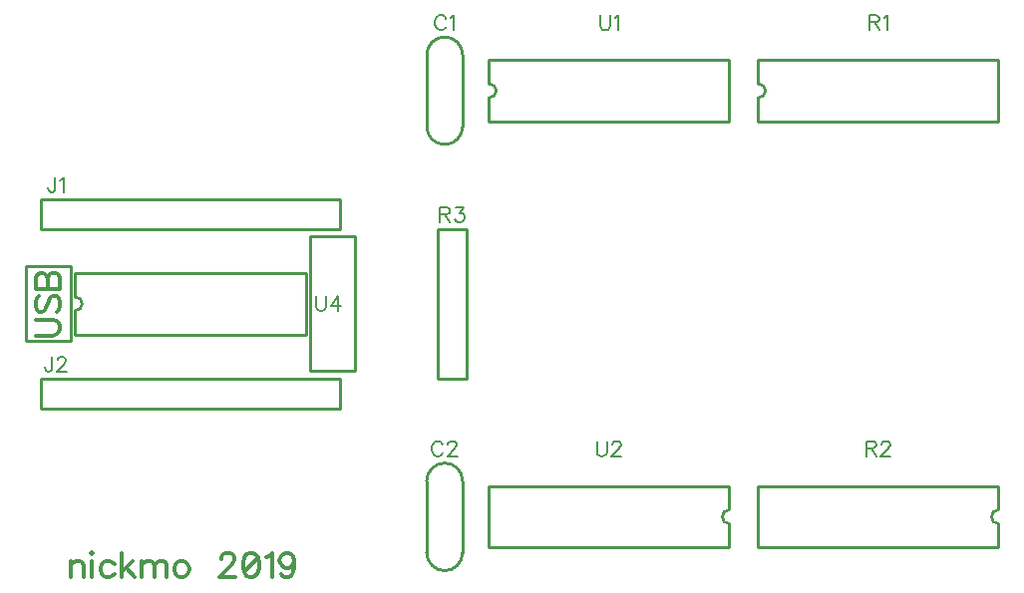
<source format=gbr>
G04 DipTrace 3.3.1.3*
G04 TopSilk.gbr*
%MOIN*%
G04 #@! TF.FileFunction,Legend,Top*
G04 #@! TF.Part,Single*
%ADD10C,0.009843*%
%ADD16C,0.01*%
%ADD40C,0.00772*%
%ADD42C,0.012351*%
%FSLAX26Y26*%
G04*
G70*
G90*
G75*
G01*
G04 TopSilk*
%LPD*%
X1878700Y2288580D2*
D10*
Y2048820D1*
X1758700Y2288580D2*
Y2048820D1*
G03X1878700Y2048820I60000J-120D01*
G01*
Y2288580D2*
G03X1758700Y2288580I-60000J120D01*
G01*
Y623820D2*
Y863580D1*
X1878700Y623820D2*
Y863580D1*
G03X1758700Y863580I-60000J120D01*
G01*
Y623820D2*
G03X1878700Y623820I60000J-120D01*
G01*
X468700Y1806200D2*
Y1706200D1*
X1468700Y1806200D2*
X468700D1*
X1468700D2*
Y1706200D1*
X1393700D1*
X468700D1*
Y1206200D2*
Y1106200D1*
X1468700Y1206200D2*
X468700D1*
X1468700D2*
Y1106200D1*
X1393700D1*
X468700D1*
X2867125Y2271067D2*
X3670275D1*
Y2066333D2*
Y2271067D1*
X2867125Y2066333D2*
X3670275D1*
X2867125D2*
Y2145074D1*
Y2271067D2*
Y2192326D1*
Y2145074D2*
G03X2867125Y2192326I-13J23626D01*
G01*
X3670275Y641333D2*
X2867125D1*
Y846067D2*
Y641333D1*
X3670275Y846067D2*
X2867125D1*
X3670275D2*
Y767326D1*
Y641333D2*
Y720074D1*
Y767326D2*
G03X3670275Y720074I13J-23626D01*
G01*
X1892913Y1706200D2*
X1794487D1*
Y1206200D1*
X1892913D1*
Y1706200D1*
X1967125Y2271067D2*
X2770275D1*
Y2066333D2*
Y2271067D1*
X1967125Y2066333D2*
X2770275D1*
X1967125D2*
Y2145074D1*
Y2271067D2*
Y2192326D1*
Y2145074D2*
G03X1967125Y2192326I-13J23626D01*
G01*
X2770275Y641333D2*
X1967125D1*
Y846067D2*
Y641333D1*
X2770275Y846067D2*
X1967125D1*
X2770275D2*
Y767326D1*
Y641333D2*
Y720074D1*
Y767326D2*
G03X2770275Y720074I13J-23626D01*
G01*
X582873Y1558567D2*
X1354527D1*
Y1353833D2*
Y1558567D1*
X582873Y1353833D2*
X1354527D1*
X582873D2*
Y1432574D1*
Y1558567D2*
Y1479826D1*
Y1432574D2*
G03X582873Y1479826I-13J23626D01*
G01*
X418700Y1581200D2*
D16*
X568700D1*
Y1331200D1*
X418700D1*
Y1581200D1*
X1368700Y1681200D2*
X1518700D1*
Y1231200D1*
X1368700D1*
Y1681200D1*
X1822919Y2409985D2*
D40*
X1820542Y2414738D1*
X1815734Y2419546D1*
X1810980Y2421923D1*
X1801419D1*
X1796610Y2419546D1*
X1791857Y2414738D1*
X1789425Y2409985D1*
X1787049Y2402800D1*
Y2390806D1*
X1789425Y2383677D1*
X1791857Y2378868D1*
X1796610Y2374115D1*
X1801419Y2371683D1*
X1810980D1*
X1815734Y2374115D1*
X1820542Y2378868D1*
X1822919Y2383677D1*
X1838358Y2412306D2*
X1843166Y2414738D1*
X1850351Y2421868D1*
Y2371683D1*
X1812169Y984985D2*
X1809792Y989738D1*
X1804984Y994546D1*
X1800230Y996923D1*
X1790669D1*
X1785860Y994546D1*
X1781107Y989738D1*
X1778675Y984985D1*
X1776299Y977800D1*
Y965806D1*
X1778675Y958677D1*
X1781107Y953868D1*
X1785860Y949115D1*
X1790669Y946683D1*
X1800230D1*
X1804984Y949115D1*
X1809792Y953868D1*
X1812169Y958677D1*
X1830040Y984930D2*
Y987306D1*
X1832416Y992115D1*
X1834793Y994491D1*
X1839601Y996868D1*
X1849163D1*
X1853916Y994491D1*
X1856293Y992115D1*
X1858725Y987306D1*
Y982553D1*
X1856293Y977745D1*
X1851540Y970615D1*
X1827608Y946683D1*
X1861101D1*
X516949Y1879423D2*
Y1841177D1*
X514573Y1833992D1*
X512141Y1831615D1*
X507388Y1829183D1*
X502579D1*
X497826Y1831615D1*
X495450Y1833992D1*
X493018Y1841177D1*
Y1845930D1*
X532389Y1869806D2*
X537197Y1872238D1*
X544382Y1879368D1*
Y1829183D1*
X506200Y1279423D2*
Y1241177D1*
X503823Y1233992D1*
X501391Y1231615D1*
X496638Y1229183D1*
X491829D1*
X487076Y1231615D1*
X484700Y1233992D1*
X482268Y1241177D1*
Y1245930D1*
X524071Y1267430D2*
Y1269806D1*
X526447Y1274615D1*
X528824Y1276991D1*
X533632Y1279368D1*
X543194D1*
X547947Y1276991D1*
X550324Y1274615D1*
X552756Y1269806D1*
Y1265053D1*
X550324Y1260245D1*
X545571Y1253115D1*
X521639Y1229183D1*
X555132D1*
X3238237Y2397519D2*
X3259737D1*
X3266922Y2399951D1*
X3269354Y2402327D1*
X3271730Y2407081D1*
Y2411889D1*
X3269354Y2416642D1*
X3266922Y2419074D1*
X3259737Y2421451D1*
X3238237D1*
Y2371211D1*
X3254984Y2397519D2*
X3271730Y2371211D1*
X3287170Y2411834D2*
X3291978Y2414266D1*
X3299163Y2421395D1*
Y2371211D1*
X3227487Y972519D2*
X3248987D1*
X3256172Y974951D1*
X3258604Y977327D1*
X3260980Y982081D1*
Y986889D1*
X3258604Y991642D1*
X3256172Y994074D1*
X3248987Y996451D1*
X3227487D1*
Y946211D1*
X3244234Y972519D2*
X3260980Y946211D1*
X3278851Y984457D2*
Y986834D1*
X3281228Y991642D1*
X3283605Y994019D1*
X3288413Y996395D1*
X3297975D1*
X3302728Y994019D1*
X3305105Y991642D1*
X3307536Y986834D1*
Y982081D1*
X3305105Y977272D1*
X3300351Y970142D1*
X3276420Y946211D1*
X3309913D1*
X1803274Y1755491D2*
X1824774D1*
X1831959Y1757923D1*
X1834391Y1760300D1*
X1836768Y1765053D1*
Y1769861D1*
X1834391Y1774615D1*
X1831959Y1777046D1*
X1824774Y1779423D1*
X1803274D1*
Y1729183D1*
X1820021Y1755491D2*
X1836768Y1729183D1*
X1857015Y1779368D2*
X1883269D1*
X1868954Y1760245D1*
X1876139D1*
X1880892Y1757868D1*
X1883269Y1755491D1*
X1885700Y1748306D1*
Y1743553D1*
X1883269Y1736368D1*
X1878515Y1731560D1*
X1871330Y1729183D1*
X1864145D1*
X1857015Y1731560D1*
X1854639Y1733992D1*
X1852207Y1738745D1*
X2338237Y2421451D2*
Y2385581D1*
X2340614Y2378396D1*
X2345422Y2373642D1*
X2352607Y2371211D1*
X2357360D1*
X2364545Y2373642D1*
X2369354Y2378396D1*
X2371730Y2385581D1*
Y2421451D1*
X2387170Y2411834D2*
X2391978Y2414266D1*
X2399163Y2421395D1*
Y2371211D1*
X2327487Y996451D2*
Y960581D1*
X2329864Y953396D1*
X2334672Y948642D1*
X2341857Y946211D1*
X2346610D1*
X2353795Y948642D1*
X2358604Y953396D1*
X2360980Y960581D1*
Y996451D1*
X2378851Y984457D2*
Y986834D1*
X2381228Y991642D1*
X2383605Y994019D1*
X2388413Y996395D1*
X2397975D1*
X2402728Y994019D1*
X2405105Y991642D1*
X2407536Y986834D1*
Y982081D1*
X2405105Y977272D1*
X2400351Y970142D1*
X2376420Y946211D1*
X2409913D1*
X1388517Y1482477D2*
Y1446607D1*
X1390894Y1439422D1*
X1395702Y1434669D1*
X1402887Y1432237D1*
X1407640D1*
X1414826Y1434669D1*
X1419634Y1439422D1*
X1422011Y1446607D1*
Y1482477D1*
X1461382Y1432237D2*
Y1482422D1*
X1437450Y1448984D1*
X1473320D1*
X568700Y595947D2*
D42*
Y542358D1*
Y580649D2*
X580196Y592145D1*
X587889Y595947D1*
X599297D1*
X606991Y592145D1*
X610793Y580649D1*
Y542358D1*
X635496Y622742D2*
X639298Y618939D1*
X643189Y622742D1*
X639298Y626633D1*
X635496Y622742D1*
X639298Y595947D2*
Y542358D1*
X713876Y584451D2*
X706183Y592145D1*
X698489Y595947D1*
X687082D1*
X679388Y592145D1*
X671783Y584451D1*
X667892Y572955D1*
Y565350D1*
X671783Y553854D1*
X679388Y546249D1*
X687082Y542358D1*
X698489D1*
X706183Y546249D1*
X713876Y553854D1*
X738579Y622742D2*
Y542358D1*
X776870Y595947D2*
X738579Y557657D1*
X753878Y572955D2*
X780673Y542358D1*
X805375Y595947D2*
Y542358D1*
Y580649D2*
X816871Y592145D1*
X824565Y595947D1*
X835973D1*
X843666Y592145D1*
X847469Y580649D1*
Y542358D1*
Y580649D2*
X858965Y592145D1*
X866658Y595947D1*
X878066D1*
X885759Y592145D1*
X889650Y580649D1*
Y542358D1*
X933454Y595947D2*
X925849Y592145D1*
X918156Y584451D1*
X914353Y572955D1*
Y565350D1*
X918156Y553854D1*
X925849Y546249D1*
X933454Y542358D1*
X944950D1*
X952644Y546249D1*
X960249Y553854D1*
X964140Y565350D1*
Y572955D1*
X960249Y584451D1*
X952644Y592145D1*
X944950Y595947D1*
X933454D1*
X1070495Y603552D2*
Y607355D1*
X1074298Y615048D1*
X1078100Y618851D1*
X1085794Y622654D1*
X1101092D1*
X1108698Y618851D1*
X1112500Y615048D1*
X1116391Y607355D1*
Y599750D1*
X1112500Y592056D1*
X1104895Y580649D1*
X1066604Y542358D1*
X1120194D1*
X1167889Y622654D2*
X1156392Y618851D1*
X1148699Y607355D1*
X1144896Y588254D1*
Y576758D1*
X1148699Y557657D1*
X1156392Y546160D1*
X1167889Y542358D1*
X1175494D1*
X1186990Y546160D1*
X1194595Y557657D1*
X1198486Y576758D1*
Y588254D1*
X1194595Y607355D1*
X1186990Y618851D1*
X1175494Y622654D1*
X1167889D1*
X1194595Y607355D2*
X1148699Y557657D1*
X1223189Y607355D2*
X1230882Y611246D1*
X1242378Y622654D1*
Y542358D1*
X1316868Y595947D2*
X1312977Y584451D1*
X1305372Y576758D1*
X1293876Y572955D1*
X1290073D1*
X1278577Y576758D1*
X1270972Y584451D1*
X1267081Y595947D1*
Y599750D1*
X1270972Y611246D1*
X1278577Y618851D1*
X1290073Y622654D1*
X1293876D1*
X1305372Y618851D1*
X1312977Y611246D1*
X1316868Y595947D1*
Y576758D1*
X1312977Y557657D1*
X1305372Y546160D1*
X1293876Y542358D1*
X1286270D1*
X1274774Y546160D1*
X1270972Y553854D1*
X452302Y1350243D2*
X509694D1*
X521190Y1354046D1*
X528795Y1361739D1*
X532686Y1373235D1*
Y1380840D1*
X528795Y1392336D1*
X521190Y1400030D1*
X509694Y1403832D1*
X452302D1*
X463798Y1482124D2*
X456104Y1474519D1*
X452302Y1463023D1*
Y1447725D1*
X456104Y1436229D1*
X463798Y1428535D1*
X471403D1*
X479097Y1432426D1*
X482899Y1436229D1*
X486702Y1443834D1*
X494395Y1466826D1*
X498198Y1474519D1*
X502089Y1478322D1*
X509694Y1482124D1*
X521190D1*
X528795Y1474519D1*
X532686Y1463023D1*
Y1447725D1*
X528795Y1436229D1*
X521190Y1428535D1*
X452302Y1506827D2*
X532686D1*
Y1541315D1*
X528795Y1552811D1*
X524992Y1556614D1*
X517387Y1560417D1*
X505891D1*
X498198Y1556614D1*
X494395Y1552811D1*
X490593Y1541315D1*
X486702Y1552811D1*
X482899Y1556614D1*
X475294Y1560417D1*
X467601D1*
X459995Y1556614D1*
X456104Y1552811D1*
X452302Y1541315D1*
Y1506827D1*
X490593D2*
Y1541315D1*
M02*

</source>
